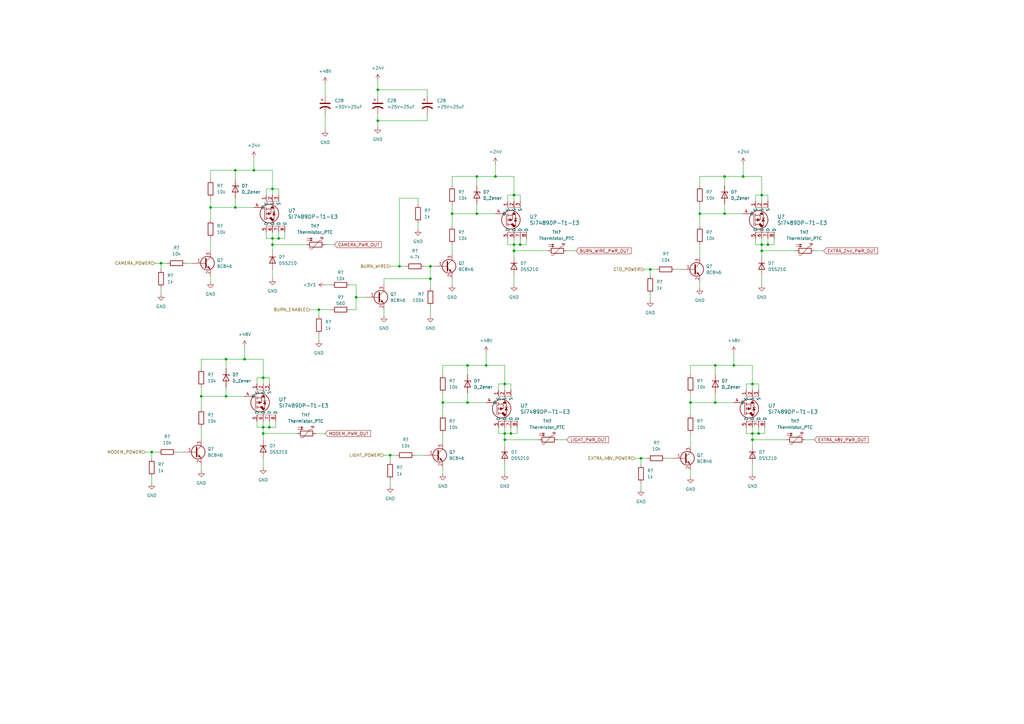
<source format=kicad_sch>
(kicad_sch (version 20230121) (generator eeschema)
  (paper "A3")
  (junction (at 92.71 147.32))
  (junction (at 297.18 87.63))
  (junction (at 203.2 72.39))
  (junction (at 209.55 177.8))
  (junction (at 308.61 180.34))
  (junction (at 96.52 85.09))
  (junction (at 107.95 175.26))
  (junction (at 308.61 177.8))
  (junction (at 207.01 177.8))
  (junction (at 199.39 149.86))
  (junction (at 210.82 100.33))
  (junction (at 293.37 149.86))
  (junction (at 262.89 187.96))
  (junction (at 154.94 49.53))
  (junction (at 266.7 110.49))
  (junction (at 111.76 77.47))
  (junction (at 308.61 157.48))
  (junction (at 176.53 109.22))
  (junction (at 92.71 162.56))
  (junction (at 293.37 165.1))
  (junction (at 297.18 72.39))
  (junction (at 107.95 154.94))
  (junction (at 304.8 72.39))
  (junction (at 160.02 186.69))
  (junction (at 312.42 100.33))
  (junction (at 312.42 80.01))
  (junction (at 104.14 69.85))
  (junction (at 210.82 80.01))
  (junction (at 195.58 72.39))
  (junction (at 191.77 149.86))
  (junction (at 195.58 87.63))
  (junction (at 207.01 157.48))
  (junction (at 176.53 114.3))
  (junction (at 185.42 87.63))
  (junction (at 146.05 121.92))
  (junction (at 114.3 97.79))
  (junction (at 181.61 165.1))
  (junction (at 66.04 107.95))
  (junction (at 96.52 69.85))
  (junction (at 311.15 177.8))
  (junction (at 154.94 36.83))
  (junction (at 287.02 87.63))
  (junction (at 86.36 85.09))
  (junction (at 163.83 109.22))
  (junction (at 207.01 180.34))
  (junction (at 314.96 100.33))
  (junction (at 191.77 165.1))
  (junction (at 100.33 147.32))
  (junction (at 111.76 100.33))
  (junction (at 210.82 102.87))
  (junction (at 300.99 149.86))
  (junction (at 213.36 100.33))
  (junction (at 82.55 162.56))
  (junction (at 130.81 127))
  (junction (at 283.21 165.1))
  (junction (at 312.42 102.87))
  (junction (at 110.49 175.26))
  (junction (at 107.95 177.8))
  (junction (at 111.76 97.79))
  (junction (at 62.23 185.42))
  (wire (pts (xy 111.76 100.33) (xy 111.76 102.87)))
  (wire (pts (xy 309.88 82.55) (xy 309.88 80.01)))
  (wire (pts (xy 86.36 85.09) (xy 86.36 90.17)))
  (wire (pts (xy 111.76 100.33) (xy 125.73 100.33)))
  (wire (pts (xy 309.88 97.79) (xy 309.88 100.33)))
  (wire (pts (xy 204.47 160.02) (xy 204.47 157.48)))
  (wire (pts (xy 312.42 100.33) (xy 314.96 100.33)))
  (wire (pts (xy 204.47 157.48) (xy 207.01 157.48)))
  (wire (pts (xy 82.55 158.75) (xy 82.55 162.56)))
  (wire (pts (xy 207.01 175.26) (xy 207.01 177.8)))
  (wire (pts (xy 107.95 175.26) (xy 110.49 175.26)))
  (wire (pts (xy 210.82 102.87) (xy 224.79 102.87)))
  (wire (pts (xy 210.82 72.39) (xy 203.2 72.39)))
  (wire (pts (xy 160.02 186.69) (xy 162.56 186.69)))
  (wire (pts (xy 191.77 149.86) (xy 181.61 149.86)))
  (wire (pts (xy 210.82 80.01) (xy 213.36 80.01)))
  (wire (pts (xy 297.18 72.39) (xy 287.02 72.39)))
  (wire (pts (xy 92.71 147.32) (xy 82.55 147.32)))
  (wire (pts (xy 66.04 107.95) (xy 68.58 107.95)))
  (wire (pts (xy 146.05 121.92) (xy 149.86 121.92)))
  (wire (pts (xy 210.82 113.03) (xy 210.82 116.84)))
  (wire (pts (xy 300.99 144.78) (xy 300.99 149.86)))
  (wire (pts (xy 210.82 72.39) (xy 210.82 80.01)))
  (wire (pts (xy 105.41 175.26) (xy 107.95 175.26)))
  (wire (pts (xy 312.42 80.01) (xy 312.42 82.55)))
  (wire (pts (xy 105.41 157.48) (xy 105.41 154.94)))
  (wire (pts (xy 86.36 97.79) (xy 86.36 102.87)))
  (wire (pts (xy 62.23 185.42) (xy 62.23 187.96)))
  (wire (pts (xy 181.61 161.29) (xy 181.61 165.1)))
  (wire (pts (xy 170.18 186.69) (xy 173.99 186.69)))
  (wire (pts (xy 308.61 180.34) (xy 322.58 180.34)))
  (wire (pts (xy 212.09 175.26) (xy 212.09 177.8)))
  (wire (pts (xy 308.61 190.5) (xy 308.61 194.31)))
  (wire (pts (xy 209.55 177.8) (xy 212.09 177.8)))
  (wire (pts (xy 82.55 190.5) (xy 82.55 193.04)))
  (wire (pts (xy 133.35 34.29) (xy 133.35 39.37)))
  (wire (pts (xy 157.48 127) (xy 157.48 129.54)))
  (wire (pts (xy 232.41 102.87) (xy 236.22 102.87)))
  (wire (pts (xy 228.6 180.34) (xy 232.41 180.34)))
  (wire (pts (xy 127 127) (xy 130.81 127)))
  (wire (pts (xy 308.61 180.34) (xy 308.61 182.88)))
  (wire (pts (xy 107.95 154.94) (xy 107.95 157.48)))
  (wire (pts (xy 100.33 147.32) (xy 92.71 147.32)))
  (wire (pts (xy 175.26 46.99) (xy 175.26 49.53)))
  (wire (pts (xy 260.35 187.96) (xy 262.89 187.96)))
  (wire (pts (xy 208.28 97.79) (xy 208.28 100.33)))
  (wire (pts (xy 133.35 116.84) (xy 135.89 116.84)))
  (wire (pts (xy 181.61 191.77) (xy 181.61 194.31)))
  (wire (pts (xy 297.18 87.63) (xy 304.8 87.63)))
  (wire (pts (xy 191.77 149.86) (xy 191.77 153.67)))
  (wire (pts (xy 266.7 120.65) (xy 266.7 123.19)))
  (wire (pts (xy 195.58 72.39) (xy 195.58 76.2)))
  (wire (pts (xy 176.53 114.3) (xy 176.53 118.11)))
  (wire (pts (xy 287.02 87.63) (xy 287.02 92.71)))
  (wire (pts (xy 143.51 116.84) (xy 146.05 116.84)))
  (wire (pts (xy 107.95 177.8) (xy 107.95 180.34)))
  (wire (pts (xy 109.22 77.47) (xy 111.76 77.47)))
  (wire (pts (xy 306.07 175.26) (xy 306.07 177.8)))
  (wire (pts (xy 111.76 95.25) (xy 111.76 97.79)))
  (wire (pts (xy 82.55 162.56) (xy 92.71 162.56)))
  (wire (pts (xy 311.15 175.26) (xy 311.15 177.8)))
  (wire (pts (xy 129.54 177.8) (xy 133.35 177.8)))
  (wire (pts (xy 154.94 49.53) (xy 175.26 49.53)))
  (wire (pts (xy 111.76 69.85) (xy 111.76 77.47)))
  (wire (pts (xy 287.02 115.57) (xy 287.02 118.11)))
  (wire (pts (xy 293.37 165.1) (xy 300.99 165.1)))
  (wire (pts (xy 114.3 77.47) (xy 114.3 80.01)))
  (wire (pts (xy 143.51 127) (xy 146.05 127)))
  (wire (pts (xy 210.82 80.01) (xy 210.82 82.55)))
  (wire (pts (xy 264.16 110.49) (xy 266.7 110.49)))
  (wire (pts (xy 293.37 149.86) (xy 283.21 149.86)))
  (wire (pts (xy 199.39 144.78) (xy 199.39 149.86)))
  (wire (pts (xy 207.01 177.8) (xy 209.55 177.8)))
  (wire (pts (xy 308.61 177.8) (xy 308.61 180.34)))
  (wire (pts (xy 111.76 69.85) (xy 104.14 69.85)))
  (wire (pts (xy 110.49 154.94) (xy 110.49 157.48)))
  (wire (pts (xy 110.49 172.72) (xy 110.49 175.26)))
  (wire (pts (xy 203.2 67.31) (xy 203.2 72.39)))
  (wire (pts (xy 111.76 77.47) (xy 111.76 80.01)))
  (wire (pts (xy 157.48 116.84) (xy 157.48 114.3)))
  (wire (pts (xy 207.01 149.86) (xy 207.01 157.48)))
  (wire (pts (xy 160.02 186.69) (xy 160.02 189.23)))
  (wire (pts (xy 181.61 165.1) (xy 191.77 165.1)))
  (wire (pts (xy 130.81 137.16) (xy 130.81 139.7)))
  (wire (pts (xy 105.41 172.72) (xy 105.41 175.26)))
  (wire (pts (xy 213.36 80.01) (xy 213.36 82.55)))
  (wire (pts (xy 283.21 165.1) (xy 283.21 170.18)))
  (wire (pts (xy 312.42 72.39) (xy 304.8 72.39)))
  (wire (pts (xy 114.3 95.25) (xy 114.3 97.79)))
  (wire (pts (xy 146.05 116.84) (xy 146.05 121.92)))
  (wire (pts (xy 293.37 149.86) (xy 293.37 153.67)))
  (wire (pts (xy 191.77 165.1) (xy 199.39 165.1)))
  (wire (pts (xy 111.76 77.47) (xy 114.3 77.47)))
  (wire (pts (xy 185.42 100.33) (xy 185.42 104.14)))
  (wire (pts (xy 283.21 177.8) (xy 283.21 182.88)))
  (wire (pts (xy 309.88 80.01) (xy 312.42 80.01)))
  (wire (pts (xy 273.05 187.96) (xy 275.59 187.96)))
  (wire (pts (xy 109.22 80.01) (xy 109.22 77.47)))
  (wire (pts (xy 96.52 69.85) (xy 86.36 69.85)))
  (wire (pts (xy 306.07 160.02) (xy 306.07 157.48)))
  (wire (pts (xy 154.94 39.37) (xy 154.94 36.83)))
  (wire (pts (xy 59.69 185.42) (xy 62.23 185.42)))
  (wire (pts (xy 308.61 149.86) (xy 308.61 157.48)))
  (wire (pts (xy 210.82 100.33) (xy 213.36 100.33)))
  (wire (pts (xy 191.77 161.29) (xy 191.77 165.1)))
  (wire (pts (xy 306.07 177.8) (xy 308.61 177.8)))
  (wire (pts (xy 195.58 72.39) (xy 185.42 72.39)))
  (wire (pts (xy 107.95 147.32) (xy 100.33 147.32)))
  (wire (pts (xy 312.42 80.01) (xy 314.96 80.01)))
  (wire (pts (xy 330.2 180.34) (xy 334.01 180.34)))
  (wire (pts (xy 207.01 157.48) (xy 209.55 157.48)))
  (wire (pts (xy 113.03 172.72) (xy 113.03 175.26)))
  (wire (pts (xy 154.94 33.02) (xy 154.94 36.83)))
  (wire (pts (xy 207.01 180.34) (xy 220.98 180.34)))
  (wire (pts (xy 86.36 113.03) (xy 86.36 115.57)))
  (wire (pts (xy 283.21 149.86) (xy 283.21 153.67)))
  (wire (pts (xy 308.61 175.26) (xy 308.61 177.8)))
  (wire (pts (xy 185.42 72.39) (xy 185.42 76.2)))
  (wire (pts (xy 204.47 177.8) (xy 207.01 177.8)))
  (wire (pts (xy 154.94 36.83) (xy 175.26 36.83)))
  (wire (pts (xy 203.2 72.39) (xy 195.58 72.39)))
  (wire (pts (xy 173.99 109.22) (xy 176.53 109.22)))
  (wire (pts (xy 133.35 100.33) (xy 137.16 100.33)))
  (wire (pts (xy 334.01 102.87) (xy 337.82 102.87)))
  (wire (pts (xy 262.89 187.96) (xy 265.43 187.96)))
  (wire (pts (xy 107.95 187.96) (xy 107.95 191.77)))
  (wire (pts (xy 195.58 83.82) (xy 195.58 87.63)))
  (wire (pts (xy 287.02 100.33) (xy 287.02 105.41)))
  (wire (pts (xy 116.84 95.25) (xy 116.84 97.79)))
  (wire (pts (xy 111.76 97.79) (xy 111.76 100.33)))
  (wire (pts (xy 207.01 149.86) (xy 199.39 149.86)))
  (wire (pts (xy 312.42 102.87) (xy 326.39 102.87)))
  (wire (pts (xy 76.2 107.95) (xy 78.74 107.95)))
  (wire (pts (xy 207.01 180.34) (xy 207.01 182.88)))
  (wire (pts (xy 157.48 186.69) (xy 160.02 186.69)))
  (wire (pts (xy 146.05 127) (xy 146.05 121.92)))
  (wire (pts (xy 86.36 85.09) (xy 96.52 85.09)))
  (wire (pts (xy 104.14 69.85) (xy 96.52 69.85)))
  (wire (pts (xy 262.89 198.12) (xy 262.89 200.66)))
  (wire (pts (xy 204.47 175.26) (xy 204.47 177.8)))
  (wire (pts (xy 300.99 149.86) (xy 293.37 149.86)))
  (wire (pts (xy 160.02 196.85) (xy 160.02 199.39)))
  (wire (pts (xy 109.22 97.79) (xy 111.76 97.79)))
  (wire (pts (xy 293.37 161.29) (xy 293.37 165.1)))
  (wire (pts (xy 66.04 107.95) (xy 66.04 110.49)))
  (wire (pts (xy 171.45 81.28) (xy 171.45 83.82)))
  (wire (pts (xy 107.95 154.94) (xy 110.49 154.94)))
  (wire (pts (xy 105.41 154.94) (xy 107.95 154.94)))
  (wire (pts (xy 100.33 142.24) (xy 100.33 147.32)))
  (wire (pts (xy 297.18 83.82) (xy 297.18 87.63)))
  (wire (pts (xy 314.96 100.33) (xy 317.5 100.33)))
  (wire (pts (xy 154.94 49.53) (xy 154.94 52.07)))
  (wire (pts (xy 86.36 69.85) (xy 86.36 73.66)))
  (wire (pts (xy 287.02 72.39) (xy 287.02 76.2)))
  (wire (pts (xy 209.55 157.48) (xy 209.55 160.02)))
  (wire (pts (xy 96.52 85.09) (xy 104.14 85.09)))
  (wire (pts (xy 157.48 114.3) (xy 176.53 114.3)))
  (wire (pts (xy 312.42 97.79) (xy 312.42 100.33)))
  (wire (pts (xy 287.02 87.63) (xy 297.18 87.63)))
  (wire (pts (xy 311.15 157.48) (xy 311.15 160.02)))
  (wire (pts (xy 207.01 190.5) (xy 207.01 194.31)))
  (wire (pts (xy 109.22 95.25) (xy 109.22 97.79)))
  (wire (pts (xy 163.83 109.22) (xy 163.83 81.28)))
  (wire (pts (xy 104.14 64.77) (xy 104.14 69.85)))
  (wire (pts (xy 82.55 162.56) (xy 82.55 167.64)))
  (wire (pts (xy 160.02 109.22) (xy 163.83 109.22)))
  (wire (pts (xy 171.45 91.44) (xy 171.45 93.98)))
  (wire (pts (xy 111.76 110.49) (xy 111.76 114.3)))
  (wire (pts (xy 185.42 83.82) (xy 185.42 87.63)))
  (wire (pts (xy 107.95 172.72) (xy 107.95 175.26)))
  (wire (pts (xy 210.82 102.87) (xy 210.82 105.41)))
  (wire (pts (xy 209.55 175.26) (xy 209.55 177.8)))
  (wire (pts (xy 185.42 87.63) (xy 185.42 92.71)))
  (wire (pts (xy 308.61 157.48) (xy 308.61 160.02)))
  (wire (pts (xy 107.95 177.8) (xy 121.92 177.8)))
  (wire (pts (xy 185.42 114.3) (xy 185.42 116.84)))
  (wire (pts (xy 317.5 97.79) (xy 317.5 100.33)))
  (wire (pts (xy 110.49 175.26) (xy 113.03 175.26)))
  (wire (pts (xy 308.61 177.8) (xy 311.15 177.8)))
  (wire (pts (xy 175.26 36.83) (xy 175.26 39.37)))
  (wire (pts (xy 283.21 161.29) (xy 283.21 165.1)))
  (wire (pts (xy 312.42 72.39) (xy 312.42 80.01)))
  (wire (pts (xy 82.55 147.32) (xy 82.55 151.13)))
  (wire (pts (xy 96.52 69.85) (xy 96.52 73.66)))
  (wire (pts (xy 208.28 82.55) (xy 208.28 80.01)))
  (wire (pts (xy 199.39 149.86) (xy 191.77 149.86)))
  (wire (pts (xy 130.81 127) (xy 130.81 129.54)))
  (wire (pts (xy 266.7 110.49) (xy 269.24 110.49)))
  (wire (pts (xy 154.94 46.99) (xy 154.94 49.53)))
  (wire (pts (xy 262.89 187.96) (xy 262.89 190.5)))
  (wire (pts (xy 213.36 100.33) (xy 215.9 100.33)))
  (wire (pts (xy 312.42 102.87) (xy 312.42 105.41)))
  (wire (pts (xy 276.86 110.49) (xy 279.4 110.49)))
  (wire (pts (xy 181.61 165.1) (xy 181.61 170.18)))
  (wire (pts (xy 185.42 87.63) (xy 195.58 87.63)))
  (wire (pts (xy 114.3 97.79) (xy 116.84 97.79)))
  (wire (pts (xy 215.9 97.79) (xy 215.9 100.33)))
  (wire (pts (xy 304.8 67.31) (xy 304.8 72.39)))
  (wire (pts (xy 311.15 177.8) (xy 313.69 177.8)))
  (wire (pts (xy 163.83 109.22) (xy 166.37 109.22)))
  (wire (pts (xy 309.88 100.33) (xy 312.42 100.33)))
  (wire (pts (xy 287.02 83.82) (xy 287.02 87.63)))
  (wire (pts (xy 314.96 80.01) (xy 314.96 82.55)))
  (wire (pts (xy 213.36 97.79) (xy 213.36 100.33)))
  (wire (pts (xy 308.61 149.86) (xy 300.99 149.86)))
  (wire (pts (xy 111.76 97.79) (xy 114.3 97.79)))
  (wire (pts (xy 163.83 81.28) (xy 171.45 81.28)))
  (wire (pts (xy 63.5 107.95) (xy 66.04 107.95)))
  (wire (pts (xy 82.55 175.26) (xy 82.55 180.34)))
  (wire (pts (xy 283.21 165.1) (xy 293.37 165.1)))
  (wire (pts (xy 207.01 157.48) (xy 207.01 160.02)))
  (wire (pts (xy 314.96 97.79) (xy 314.96 100.33)))
  (wire (pts (xy 195.58 87.63) (xy 203.2 87.63)))
  (wire (pts (xy 266.7 110.49) (xy 266.7 113.03)))
  (wire (pts (xy 66.04 118.11) (xy 66.04 120.65)))
  (wire (pts (xy 181.61 149.86) (xy 181.61 153.67)))
  (wire (pts (xy 130.81 127) (xy 135.89 127)))
  (wire (pts (xy 313.69 175.26) (xy 313.69 177.8)))
  (wire (pts (xy 92.71 158.75) (xy 92.71 162.56)))
  (wire (pts (xy 107.95 147.32) (xy 107.95 154.94)))
  (wire (pts (xy 92.71 162.56) (xy 100.33 162.56)))
  (wire (pts (xy 176.53 109.22) (xy 177.8 109.22)))
  (wire (pts (xy 308.61 157.48) (xy 311.15 157.48)))
  (wire (pts (xy 176.53 125.73) (xy 176.53 129.54)))
  (wire (pts (xy 92.71 147.32) (xy 92.71 151.13)))
  (wire (pts (xy 210.82 100.33) (xy 210.82 102.87)))
  (wire (pts (xy 297.18 72.39) (xy 297.18 76.2)))
  (wire (pts (xy 208.28 80.01) (xy 210.82 80.01)))
  (wire (pts (xy 133.35 46.99) (xy 133.35 53.34)))
  (wire (pts (xy 72.39 185.42) (xy 74.93 185.42)))
  (wire (pts (xy 96.52 81.28) (xy 96.52 85.09)))
  (wire (pts (xy 181.61 177.8) (xy 181.61 181.61)))
  (wire (pts (xy 312.42 113.03) (xy 312.42 116.84)))
  (wire (pts (xy 306.07 157.48) (xy 308.61 157.48)))
  (wire (pts (xy 210.82 97.79) (xy 210.82 100.33)))
  (wire (pts (xy 107.95 175.26) (xy 107.95 177.8)))
  (wire (pts (xy 176.53 114.3) (xy 176.53 109.22)))
  (wire (pts (xy 62.23 185.42) (xy 64.77 185.42)))
  (wire (pts (xy 304.8 72.39) (xy 297.18 72.39)))
  (wire (pts (xy 283.21 193.04) (xy 283.21 195.58)))
  (wire (pts (xy 312.42 100.33) (xy 312.42 102.87)))
  (wire (pts (xy 207.01 177.8) (xy 207.01 180.34)))
  (wire (pts (xy 208.28 100.33) (xy 210.82 100.33)))
  (wire (pts (xy 86.36 81.28) (xy 86.36 85.09)))
  (wire (pts (xy 62.23 195.58) (xy 62.23 198.12)))
  (global_label "EXTRA_48V_PWR_OUT" (shape input) (at 334.01 180.34 0) (property "Intersheetrefs" "${INTERSHEET_REFS}" (effects hide)))
  (global_label "CAMERA_PWR_OUT" (shape input) (at 137.16 100.33 0) (property "Intersheetrefs" "${INTERSHEET_REFS}" (effects hide)))
  (global_label "EXTRA_24V_PWR_OUT" (shape input) (at 337.82 102.87 0) (property "Intersheetrefs" "${INTERSHEET_REFS}" (effects hide)))
  (global_label "BURN_WIRE_PWR_OUT" (shape input) (at 236.22 102.87 0) (property "Intersheetrefs" "${INTERSHEET_REFS}" (effects hide)))
  (global_label "MODEM_PWR_OUT" (shape input) (at 133.35 177.8 0) (property "Intersheetrefs" "${INTERSHEET_REFS}" (effects hide)))
  (global_label "LIGHT_PWR_OUT" (shape input) (at 232.41 180.34 0) (property "Intersheetrefs" "${INTERSHEET_REFS}" (effects hide)))
  (hierarchical_label "EXTRA_48V_POWER" (shape input) (at 260.35 187.96 180))
  (hierarchical_label "MODEM_POWER" (shape input) (at 59.69 185.42 180))
  (hierarchical_label "CTD_POWER" (shape input) (at 264.16 110.49 180))
  (hierarchical_label "BURN_ENABLE" (shape input) (at 127 127 180))
  (hierarchical_label "BURN_WIRE" (shape input) (at 160.02 109.22 180))
  (hierarchical_label "CAMERA_POWER" (shape input) (at 63.5 107.95 180))
  (hierarchical_label "LIGHT_POWER" (shape input) (at 157.48 186.69 180))
  (symbol (lib_id "Device:D_Zener") (at 293.37 157.48 270) (unit 1)
    (property "Reference" "D?" (at 295.91 156.21 90) (effects (justify left)))
    (property "Value" "D_Zener" (at 295.91 158.75 90) (effects (justify left)))
    (property "Footprint" "Diode_SMD:D_SOD-123" (effects hide))
    (instances (project "LanderControl" (path "" (reference "D?") (unit 1)) (path "" (reference "D?") (unit 1)) (path "" (reference "D21") (unit 1))))
  )
  (symbol (lib_id "Device:D_Zener") (at 191.77 157.48 270) (unit 1)
    (property "Reference" "D?" (at 194.31 156.21 90) (effects (justify left)))
    (property "Value" "D_Zener" (at 194.31 158.75 90) (effects (justify left)))
    (property "Footprint" "Diode_SMD:D_SOD-123" (effects hide))
    (instances (project "LanderControl" (path "" (reference "D?") (unit 1)) (path "" (reference "D?") (unit 1)) (path "" (reference "D17") (unit 1))))
  )
  (symbol (lib_id "Device:R") (at 273.05 110.49 270) (unit 1)
    (property "Reference" "R?" (at 273.05 104.14 90))
    (property "Value" "10k" (at 273.05 106.68 90))
    (property "Footprint" "Resistor_SMD:R_0603_1608Metric" (effects hide))
    (instances (project "LanderControl" (path "" (reference "R?") (unit 1)) (path "" (reference "R?") (unit 1)) (path "" (reference "R40") (unit 1))))
  )
  (symbol (lib_id "Diode:1N4148W") (at 107.95 184.15 270) (unit 1)
    (property "Reference" "D?" (at 110.49 182.88 90) (effects (justify left)))
    (property "Value" "DSS210" (at 110.49 185.42 90) (effects (justify left)))
    (property "Footprint" "Diode_SMD:D_SOD-123" (effects hide))
    (property "Datasheet" "https://www.vishay.com/docs/85748/1n4148w.pdf" (effects hide))
    (property "Sim.Device" "D" (effects hide))
    (property "Sim.Pins" "1=K 2=A" (effects hide))
    (instances (project "LanderControl" (path "" (reference "D?") (unit 1)) (path "" (reference "D?") (unit 1)) (path "" (reference "D15") (unit 1))))
  )
  (symbol (lib_id "power:+48V") (at 100.33 142.24 0) (unit 1)
    (property "Reference" "#PWR?" (effects hide))
    (property "Value" "+48V" (at 100.33 137.16 0))
    (instances (project "LanderControl" (path "" (reference "#PWR?") (unit 1)) (path "" (reference "#PWR?") (unit 1)) (path "" (reference "#PWR068") (unit 1))))
  )
  (symbol (lib_id "power:GND") (at 107.95 191.77 0) (unit 1)
    (property "Reference" "#PWR?" (effects hide))
    (property "Value" "GND" (at 107.95 196.85 0))
    (instances (project "LanderControl" (path "" (reference "#PWR?") (unit 1)) (path "" (reference "#PWR?") (unit 1)) (path "" (reference "#PWR070") (unit 1))))
  )
  (symbol (lib_id "Device:Thermistor_PTC") (at 326.39 180.34 270) (unit 1)
    (property "Reference" "TH?" (at 326.0725 172.72 90))
    (property "Value" "Thermistor_PTC" (at 326.0725 175.26 90))
    (property "Footprint" "Resistor_SMD:R_1210_3225Metric" (effects hide))
    (instances (project "LanderControl" (path "" (reference "TH?") (unit 1)) (path "" (reference "TH?") (unit 1)) (path "" (reference "TH5") (unit 1))))
  )
  (symbol (lib_id "Diode:1N4148W") (at 111.76 106.68 270) (unit 1)
    (property "Reference" "D?" (at 114.3 105.41 90) (effects (justify left)))
    (property "Value" "DSS210" (at 114.3 107.95 90) (effects (justify left)))
    (property "Footprint" "Diode_SMD:D_SOD-123" (effects hide))
    (property "Datasheet" "https://www.vishay.com/docs/85748/1n4148w.pdf" (effects hide))
    (property "Sim.Device" "D" (effects hide))
    (property "Sim.Pins" "1=K 2=A" (effects hide))
    (instances (project "LanderControl" (path "" (reference "D?") (unit 1)) (path "" (reference "D?") (unit 1)) (path "" (reference "D16") (unit 1))))
  )
  (symbol (lib_id "power:GND") (at 171.45 93.98 0) (unit 1)
    (property "Reference" "#PWR?" (effects hide))
    (property "Value" "GND" (at 171.45 99.06 0))
    (instances (project "LanderControl" (path "" (reference "#PWR?") (unit 1)) (path "" (reference "#PWR?") (unit 1)) (path "" (reference "#PWR099") (unit 1))))
  )
  (symbol (lib_id "Device:R") (at 86.36 77.47 180) (unit 1)
    (property "Reference" "R?" (at 88.9 76.1999 0) (effects (justify right)))
    (property "Value" "10k" (at 88.9 78.7399 0) (effects (justify right)))
    (property "Footprint" "Resistor_SMD:R_0603_1608Metric" (effects hide))
    (instances (project "LanderControl" (path "" (reference "R?") (unit 1)) (path "" (reference "R?") (unit 1)) (path "" (reference "R29") (unit 1))))
  )
  (symbol (lib_id "power:GND") (at 66.04 120.65 0) (unit 1)
    (property "Reference" "#PWR?" (effects hide))
    (property "Value" "GND" (at 66.04 125.73 0))
    (instances (project "LanderControl" (path "" (reference "#PWR?") (unit 1)) (path "" (reference "#PWR?") (unit 1)) (path "" (reference "#PWR097") (unit 1))))
  )
  (symbol (lib_id "SI7489DP:SI7489DP-T1-E3") (at 304.8 87.63 0) (unit 1)
    (property "Reference" "U?" (at 318.77 88.9 0) (effects (font (size 1.524 1.524)) (justify left)))
    (property "Value" "SI7489DP-T1-E3" (at 318.77 91.44 0) (effects (font (size 1.524 1.524)) (justify left)))
    (property "Footprint" "Package_SO:PowerPAK_SO-8_Single" (effects hide))
    (property "Datasheet" "SI7489DP-T1-E3" (effects hide))
    (instances (project "LanderControl" (path "" (reference "U?") (unit 1)) (path "" (reference "U?") (unit 1)) (path "" (reference "U14") (unit 1))))
  )
  (symbol (lib_id "power:+3V3") (at 133.35 116.84 90) (unit 1)
    (property "Reference" "#PWR?" (effects hide))
    (property "Value" "+3V3" (at 129.54 116.84 90) (effects (justify left)))
    (instances (project "LanderControl" (path "" (reference "#PWR?") (unit 1)) (path "" (reference "#PWR072") (unit 1))))
  )
  (symbol (lib_id "Device:R") (at 139.7 127 270) (unit 1)
    (property "Reference" "R?" (at 139.7 121.92 90))
    (property "Value" "560" (at 139.7 124.46 90))
    (property "Footprint" "Resistor_SMD:R_0603_1608Metric" (effects hide))
    (instances (project "LanderControl" (path "" (reference "R?") (unit 1)) (path "" (reference "R?") (unit 1)) (path "" (reference "R48") (unit 1))))
  )
  (symbol (lib_id "SI7489DP:SI7489DP-T1-E3") (at 300.99 165.1 0) (unit 1)
    (property "Reference" "U?" (at 314.96 166.37 0) (effects (font (size 1.524 1.524)) (justify left)))
    (property "Value" "SI7489DP-T1-E3" (at 314.96 168.91 0) (effects (font (size 1.524 1.524)) (justify left)))
    (property "Footprint" "Package_SO:PowerPAK_SO-8_Single" (effects hide))
    (property "Datasheet" "SI7489DP-T1-E3" (effects hide))
    (instances (project "LanderControl" (path "" (reference "U?") (unit 1)) (path "" (reference "U?") (unit 1)) (path "" (reference "U13") (unit 1))))
  )
  (symbol (lib_id "power:GND") (at 82.55 193.04 0) (unit 1)
    (property "Reference" "#PWR?" (effects hide))
    (property "Value" "GND" (at 82.55 198.12 0))
    (instances (project "LanderControl" (path "" (reference "#PWR?") (unit 1)) (path "" (reference "#PWR?") (unit 1)) (path "" (reference "#PWR066") (unit 1))))
  )
  (symbol (lib_id "Device:R") (at 269.24 187.96 270) (unit 1)
    (property "Reference" "R?" (at 269.24 181.61 90))
    (property "Value" "10k" (at 269.24 184.15 90))
    (property "Footprint" "Resistor_SMD:R_0603_1608Metric" (effects hide))
    (instances (project "LanderControl" (path "" (reference "R?") (unit 1)) (path "" (reference "R?") (unit 1)) (path "" (reference "R39") (unit 1))))
  )
  (symbol (lib_id "power:GND") (at 111.76 114.3 0) (unit 1)
    (property "Reference" "#PWR?" (effects hide))
    (property "Value" "GND" (at 111.76 119.38 0))
    (instances (project "LanderControl" (path "" (reference "#PWR?") (unit 1)) (path "" (reference "#PWR?") (unit 1)) (path "" (reference "#PWR071") (unit 1))))
  )
  (symbol (lib_id "power:GND") (at 160.02 199.39 0) (unit 1)
    (property "Reference" "#PWR?" (effects hide))
    (property "Value" "GND" (at 160.02 204.47 0))
    (instances (project "LanderControl" (path "" (reference "#PWR?") (unit 1)) (path "" (reference "#PWR?") (unit 1)) (path "" (reference "#PWR0102") (unit 1))))
  )
  (symbol (lib_id "Device:Thermistor_PTC") (at 330.2 102.87 270) (unit 1)
    (property "Reference" "TH?" (at 329.8825 95.25 90))
    (property "Value" "Thermistor_PTC" (at 329.8825 97.79 90))
    (property "Footprint" "Resistor_SMD:R_1210_3225Metric" (effects hide))
    (instances (project "LanderControl" (path "" (reference "TH?") (unit 1)) (path "" (reference "TH?") (unit 1)) (path "" (reference "TH6") (unit 1))))
  )
  (symbol (lib_id "power:+48V") (at 199.39 144.78 0) (unit 1)
    (property "Reference" "#PWR?" (effects hide))
    (property "Value" "+48V" (at 199.39 139.7 0))
    (instances (project "LanderControl" (path "" (reference "#PWR?") (unit 1)) (path "" (reference "#PWR?") (unit 1)) (path "" (reference "#PWR077") (unit 1))))
  )
  (symbol (lib_id "SI7489DP:SI7489DP-T1-E3") (at 199.39 165.1 0) (unit 1)
    (property "Reference" "U?" (at 213.36 166.37 0) (effects (font (size 1.524 1.524)) (justify left)))
    (property "Value" "SI7489DP-T1-E3" (at 213.36 168.91 0) (effects (font (size 1.524 1.524)) (justify left)))
    (property "Footprint" "Package_SO:PowerPAK_SO-8_Single" (effects hide))
    (property "Datasheet" "SI7489DP-T1-E3" (effects hide))
    (instances (project "LanderControl" (path "" (reference "U?") (unit 1)) (path "" (reference "U?") (unit 1)) (path "" (reference "U11") (unit 1))))
  )
  (symbol (lib_id "Device:Thermistor_PTC") (at 228.6 102.87 270) (unit 1)
    (property "Reference" "TH?" (at 228.2825 95.25 90))
    (property "Value" "Thermistor_PTC" (at 228.2825 97.79 90))
    (property "Footprint" "Resistor_SMD:R_1210_3225Metric" (effects hide))
    (instances (project "LanderControl" (path "" (reference "TH?") (unit 1)) (path "" (reference "TH?") (unit 1)) (path "" (reference "TH4") (unit 1))))
  )
  (symbol (lib_id "power:GND") (at 308.61 194.31 0) (unit 1)
    (property "Reference" "#PWR?" (effects hide))
    (property "Value" "GND" (at 308.61 199.39 0))
    (instances (project "LanderControl" (path "" (reference "#PWR?") (unit 1)) (path "" (reference "#PWR?") (unit 1)) (path "" (reference "#PWR085") (unit 1))))
  )
  (symbol (lib_id "Diode:1N4148W") (at 207.01 186.69 270) (unit 1)
    (property "Reference" "D?" (at 209.55 185.42 90) (effects (justify left)))
    (property "Value" "DSS210" (at 209.55 187.96 90) (effects (justify left)))
    (property "Footprint" "Diode_SMD:D_SOD-123" (effects hide))
    (property "Datasheet" "https://www.vishay.com/docs/85748/1n4148w.pdf" (effects hide))
    (property "Sim.Device" "D" (effects hide))
    (property "Sim.Pins" "1=K 2=A" (effects hide))
    (instances (project "LanderControl" (path "" (reference "D?") (unit 1)) (path "" (reference "D?") (unit 1)) (path "" (reference "D19") (unit 1))))
  )
  (symbol (lib_id "power:GND") (at 287.02 118.11 0) (unit 1)
    (property "Reference" "#PWR?" (effects hide))
    (property "Value" "GND" (at 287.02 123.19 0))
    (instances (project "LanderControl" (path "" (reference "#PWR?") (unit 1)) (path "" (reference "#PWR?") (unit 1)) (path "" (reference "#PWR082") (unit 1))))
  )
  (symbol (lib_id "Device:R") (at 139.7 116.84 270) (unit 1)
    (property "Reference" "R?" (at 139.7 111.76 90))
    (property "Value" "10k" (at 139.7 114.3 90))
    (property "Footprint" "Resistor_SMD:R_0603_1608Metric" (effects hide))
    (instances (project "LanderControl" (path "" (reference "R?") (unit 1)) (path "" (reference "R?") (unit 1)) (path "" (reference "R31") (unit 1))))
  )
  (symbol (lib_id "Device:R") (at 72.39 107.95 270) (unit 1)
    (property "Reference" "R?" (at 72.39 101.6 90))
    (property "Value" "10k" (at 72.39 104.14 90))
    (property "Footprint" "Resistor_SMD:R_0603_1608Metric" (effects hide))
    (instances (project "LanderControl" (path "" (reference "R?") (unit 1)) (path "" (reference "R?") (unit 1)) (path "" (reference "R26") (unit 1))))
  )
  (symbol (lib_id "power:+24V") (at 104.14 64.77 0) (unit 1)
    (property "Reference" "#PWR?" (effects hide))
    (property "Value" "+24V" (at 104.14 59.69 0))
    (instances (project "LanderControl" (path "" (reference "#PWR?") (unit 1)) (path "" (reference "#PWR?") (unit 1)) (path "" (reference "#PWR?") (unit 1)) (path "" (reference "#PWR069") (unit 1))))
  )
  (symbol (lib_id "Device:R") (at 287.02 96.52 180) (unit 1)
    (property "Reference" "R?" (at 289.56 95.2499 0) (effects (justify right)))
    (property "Value" "10k" (at 289.56 97.7899 0) (effects (justify right)))
    (property "Footprint" "Resistor_SMD:R_0603_1608Metric" (effects hide))
    (instances (project "LanderControl" (path "" (reference "R?") (unit 1)) (path "" (reference "R?") (unit 1)) (path "" (reference "R44") (unit 1))))
  )
  (symbol (lib_id "Transistor_BJT:BC846") (at 280.67 187.96 0) (unit 1)
    (property "Reference" "Q?" (at 285.75 186.69 0) (effects (justify left)))
    (property "Value" "BC846" (at 285.75 189.23 0) (effects (justify left)))
    (property "Footprint" "Package_TO_SOT_SMD:SOT-23" (effects hide))
    (property "Datasheet" "https://assets.nexperia.com/documents/data-sheet/BC846_SER.pdf" (effects hide))
    (instances (project "LanderControl" (path "" (reference "Q?") (unit 1)) (path "" (reference "Q?") (unit 1)) (path "" (reference "Q7") (unit 1))))
  )
  (symbol (lib_id "Device:D_Zener") (at 92.71 154.94 270) (unit 1)
    (property "Reference" "D?" (at 95.25 153.67 90) (effects (justify left)))
    (property "Value" "D_Zener" (at 95.25 156.21 90) (effects (justify left)))
    (property "Footprint" "Diode_SMD:D_SOD-123" (effects hide))
    (instances (project "LanderControl" (path "" (reference "D?") (unit 1)) (path "" (reference "D?") (unit 1)) (path "" (reference "D13") (unit 1))))
  )
  (symbol (lib_id "power:GND") (at 312.42 116.84 0) (unit 1)
    (property "Reference" "#PWR?" (effects hide))
    (property "Value" "GND" (at 312.42 121.92 0))
    (instances (project "LanderControl" (path "" (reference "#PWR?") (unit 1)) (path "" (reference "#PWR?") (unit 1)) (path "" (reference "#PWR086") (unit 1))))
  )
  (symbol (lib_id "Device:R") (at 176.53 121.92 0) (mirror y) (unit 1)
    (property "Reference" "R?" (at 173.99 120.65 0) (effects (justify left)))
    (property "Value" "100k" (at 173.99 123.19 0) (effects (justify left)))
    (property "Footprint" "Resistor_SMD:R_0603_1608Metric" (effects hide))
    (instances (project "LanderControl" (path "" (reference "R?") (unit 1)) (path "" (reference "R?") (unit 1)) (path "" (reference "R34") (unit 1))))
  )
  (symbol (lib_id "Device:R") (at 160.02 193.04 0) (unit 1)
    (property "Reference" "R?" (at 162.56 191.77 0) (effects (justify left)))
    (property "Value" "1k" (at 162.56 194.31 0) (effects (justify left)))
    (property "Footprint" "Resistor_SMD:R_0603_1608Metric" (effects hide))
    (instances (project "LanderControl" (path "" (reference "R?") (unit 1)) (path "" (reference "R?") (unit 1)) (path "" (reference "R54") (unit 1))))
  )
  (symbol (lib_id "Device:D_Zener") (at 96.52 77.47 270) (unit 1)
    (property "Reference" "D?" (at 99.06 76.2 90) (effects (justify left)))
    (property "Value" "D_Zener" (at 99.06 78.74 90) (effects (justify left)))
    (property "Footprint" "Diode_SMD:D_SOD-123" (effects hide))
    (instances (project "LanderControl" (path "" (reference "D?") (unit 1)) (path "" (reference "D?") (unit 1)) (path "" (reference "D14") (unit 1))))
  )
  (symbol (lib_id "Device:D_Zener") (at 297.18 80.01 270) (unit 1)
    (property "Reference" "D?" (at 299.72 78.74 90) (effects (justify left)))
    (property "Value" "D_Zener" (at 299.72 81.28 90) (effects (justify left)))
    (property "Footprint" "Diode_SMD:D_SOD-123" (effects hide))
    (instances (project "LanderControl" (path "" (reference "D?") (unit 1)) (path "" (reference "D?") (unit 1)) (path "" (reference "D22") (unit 1))))
  )
  (symbol (lib_id "Diode:1N4148W") (at 308.61 186.69 270) (unit 1)
    (property "Reference" "D?" (at 311.15 185.42 90) (effects (justify left)))
    (property "Value" "DSS210" (at 311.15 187.96 90) (effects (justify left)))
    (property "Footprint" "Diode_SMD:D_SOD-123" (effects hide))
    (property "Datasheet" "https://www.vishay.com/docs/85748/1n4148w.pdf" (effects hide))
    (property "Sim.Device" "D" (effects hide))
    (property "Sim.Pins" "1=K 2=A" (effects hide))
    (instances (project "LanderControl" (path "" (reference "D?") (unit 1)) (path "" (reference "D?") (unit 1)) (path "" (reference "D23") (unit 1))))
  )
  (symbol (lib_id "Device:R") (at 170.18 109.22 270) (unit 1)
    (property "Reference" "R?" (at 170.18 102.87 90))
    (property "Value" "4.7k" (at 170.18 105.41 90))
    (property "Footprint" "Resistor_SMD:R_0603_1608Metric" (effects hide))
    (instances (project "LanderControl" (path "" (reference "R?") (unit 1)) (path "" (reference "R?") (unit 1)) (path "" (reference "R33") (unit 1))))
  )
  (symbol (lib_id "Device:R") (at 181.61 173.99 180) (unit 1)
    (property "Reference" "R?" (at 184.15 172.7199 0) (effects (justify right)))
    (property "Value" "10k" (at 184.15 175.2599 0) (effects (justify right)))
    (property "Footprint" "Resistor_SMD:R_0603_1608Metric" (effects hide))
    (instances (project "LanderControl" (path "" (reference "R?") (unit 1)) (path "" (reference "R?") (unit 1)) (path "" (reference "R36") (unit 1))))
  )
  (symbol (lib_id "Device:D_Zener") (at 195.58 80.01 270) (unit 1)
    (property "Reference" "D?" (at 198.12 78.74 90) (effects (justify left)))
    (property "Value" "D_Zener" (at 198.12 81.28 90) (effects (justify left)))
    (property "Footprint" "Diode_SMD:D_SOD-123" (effects hide))
    (instances (project "LanderControl" (path "" (reference "D?") (unit 1)) (path "" (reference "D?") (unit 1)) (path "" (reference "D18") (unit 1))))
  )
  (symbol (lib_id "power:+48V") (at 133.35 34.29 0) (unit 1)
    (property "Reference" "#PWR?" (effects hide))
    (property "Value" "+48V" (at 133.35 29.21 0))
    (instances (project "LanderControl" (path "" (reference "#PWR?") (unit 1)) (path "" (reference "#PWR?") (unit 1)) (path "" (reference "#PWR091") (unit 1))))
  )
  (symbol (lib_id "power:GND") (at 154.94 52.07 0) (unit 1)
    (property "Reference" "#PWR?" (effects hide))
    (property "Value" "GND" (at 154.94 57.15 0))
    (instances (project "LanderControl" (path "" (reference "#PWR?") (unit 1)) (path "" (reference "#PWR?") (unit 1)) (path "" (reference "#PWR094") (unit 1))))
  )
  (symbol (lib_id "power:GND") (at 133.35 53.34 0) (unit 1)
    (property "Reference" "#PWR?" (effects hide))
    (property "Value" "GND" (at 133.35 58.42 0))
    (instances (project "LanderControl" (path "" (reference "#PWR?") (unit 1)) (path "" (reference "#PWR?") (unit 1)) (path "" (reference "#PWR092") (unit 1))))
  )
  (symbol (lib_id "Transistor_BJT:BC846") (at 179.07 186.69 0) (unit 1)
    (property "Reference" "Q?" (at 184.15 185.42 0) (effects (justify left)))
    (property "Value" "BC846" (at 184.15 187.96 0) (effects (justify left)))
    (property "Footprint" "Package_TO_SOT_SMD:SOT-23" (effects hide))
    (property "Datasheet" "https://assets.nexperia.com/documents/data-sheet/BC846_SER.pdf" (effects hide))
    (instances (project "LanderControl" (path "" (reference "Q?") (unit 1)) (path "" (reference "Q?") (unit 1)) (path "" (reference "Q5") (unit 1))))
  )
  (symbol (lib_id "Device:Thermistor_PTC") (at 125.73 177.8 270) (unit 1)
    (property "Reference" "TH?" (at 125.4125 170.18 90))
    (property "Value" "Thermistor_PTC" (at 125.4125 172.72 90))
    (property "Footprint" "Resistor_SMD:R_1210_3225Metric" (effects hide))
    (instances (project "LanderControl" (path "" (reference "TH?") (unit 1)) (path "" (reference "TH?") (unit 1)) (path "" (reference "TH1") (unit 1))))
  )
  (symbol (lib_id "Device:R") (at 166.37 186.69 270) (unit 1)
    (property "Reference" "R?" (at 166.37 180.34 90))
    (property "Value" "10k" (at 166.37 182.88 90))
    (property "Footprint" "Resistor_SMD:R_0603_1608Metric" (effects hide))
    (instances (project "LanderControl" (path "" (reference "R?") (unit 1)) (path "" (reference "R?") (unit 1)) (path "" (reference "R32") (unit 1))))
  )
  (symbol (lib_id "Diode:1N4148W") (at 312.42 109.22 270) (unit 1)
    (property "Reference" "D?" (at 314.96 107.95 90) (effects (justify left)))
    (property "Value" "DSS210" (at 314.96 110.49 90) (effects (justify left)))
    (property "Footprint" "Diode_SMD:D_SOD-123" (effects hide))
    (property "Datasheet" "https://www.vishay.com/docs/85748/1n4148w.pdf" (effects hide))
    (property "Sim.Device" "D" (effects hide))
    (property "Sim.Pins" "1=K 2=A" (effects hide))
    (instances (project "LanderControl" (path "" (reference "D?") (unit 1)) (path "" (reference "D?") (unit 1)) (path "" (reference "D24") (unit 1))))
  )
  (symbol (lib_id "Device:R") (at 62.23 191.77 0) (unit 1)
    (property "Reference" "R?" (at 64.77 190.5 0) (effects (justify left)))
    (property "Value" "1k" (at 64.77 193.04 0) (effects (justify left)))
    (property "Footprint" "Resistor_SMD:R_0603_1608Metric" (effects hide))
    (instances (project "LanderControl" (path "" (reference "R?") (unit 1)) (path "" (reference "R?") (unit 1)) (path "" (reference "R55") (unit 1))))
  )
  (symbol (lib_id "power:GND") (at 130.81 139.7 0) (unit 1)
    (property "Reference" "#PWR?" (effects hide))
    (property "Value" "GND" (at 130.81 144.78 0))
    (instances (project "LanderControl" (path "" (reference "#PWR?") (unit 1)) (path "" (reference "#PWR?") (unit 1)) (path "" (reference "#PWR098") (unit 1))))
  )
  (symbol (lib_id "Transistor_BJT:BC846") (at 80.01 185.42 0) (unit 1)
    (property "Reference" "Q?" (at 85.09 184.15 0) (effects (justify left)))
    (property "Value" "BC846" (at 85.09 186.69 0) (effects (justify left)))
    (property "Footprint" "Package_TO_SOT_SMD:SOT-23" (effects hide))
    (property "Datasheet" "https://assets.nexperia.com/documents/data-sheet/BC846_SER.pdf" (effects hide))
    (instances (project "LanderControl" (path "" (reference "Q?") (unit 1)) (path "" (reference "Q?") (unit 1)) (path "" (reference "Q2") (unit 1))))
  )
  (symbol (lib_id "power:GND") (at 62.23 198.12 0) (unit 1)
    (property "Reference" "#PWR?" (effects hide))
    (property "Value" "GND" (at 62.23 203.2 0))
    (instances (project "LanderControl" (path "" (reference "#PWR?") (unit 1)) (path "" (reference "#PWR?") (unit 1)) (path "" (reference "#PWR0103") (unit 1))))
  )
  (symbol (lib_id "power:+24V") (at 203.2 67.31 0) (unit 1)
    (property "Reference" "#PWR?" (effects hide))
    (property "Value" "+24V" (at 203.2 62.23 0))
    (instances (project "LanderControl" (path "" (reference "#PWR?") (unit 1)) (path "" (reference "#PWR?") (unit 1)) (path "" (reference "#PWR?") (unit 1)) (path "" (reference "#PWR078") (unit 1))))
  )
  (symbol (lib_id "Device:R") (at 185.42 80.01 180) (unit 1)
    (property "Reference" "R?" (at 187.96 78.7399 0) (effects (justify right)))
    (property "Value" "10k" (at 187.96 81.2799 0) (effects (justify right)))
    (property "Footprint" "Resistor_SMD:R_0603_1608Metric" (effects hide))
    (instances (project "LanderControl" (path "" (reference "R?") (unit 1)) (path "" (reference "R?") (unit 1)) (path "" (reference "R37") (unit 1))))
  )
  (symbol (lib_id "SI7489DP:SI7489DP-T1-E3") (at 100.33 162.56 0) (unit 1)
    (property "Reference" "U?" (at 114.3 163.83 0) (effects (font (size 1.524 1.524)) (justify left)))
    (property "Value" "SI7489DP-T1-E3" (at 114.3 166.37 0) (effects (font (size 1.524 1.524)) (justify left)))
    (property "Footprint" "Package_SO:PowerPAK_SO-8_Single" (effects hide))
    (property "Datasheet" "SI7489DP-T1-E3" (effects hide))
    (instances (project "LanderControl" (path "" (reference "U?") (unit 1)) (path "" (reference "U?") (unit 1)) (path "" (reference "U9") (unit 1))))
  )
  (symbol (lib_id "Device:C_Polarized_US") (at 175.26 43.18 0) (unit 1)
    (property "Reference" "C28" (at 179.07 41.275 0) (effects (justify left)))
    (property "Value" ">25V>25uF" (at 179.07 43.815 0) (effects (justify left)))
    (property "Footprint" "Capacitor_SMD:CP_Elec_6.3x4.9" (effects hide))
    (instances (project "LanderControl" (path "" (reference "C28") (unit 1)) (path "" (reference "C37") (unit 1))))
  )
  (symbol (lib_id "power:GND") (at 262.89 200.66 0) (unit 1)
    (property "Reference" "#PWR?" (effects hide))
    (property "Value" "GND" (at 262.89 205.74 0))
    (instances (project "LanderControl" (path "" (reference "#PWR?") (unit 1)) (path "" (reference "#PWR?") (unit 1)) (path "" (reference "#PWR0101") (unit 1))))
  )
  (symbol (lib_id "Device:R") (at 171.45 87.63 0) (unit 1)
    (property "Reference" "R?" (at 173.99 86.36 0) (effects (justify left)))
    (property "Value" "1k" (at 173.99 88.9 0) (effects (justify left)))
    (property "Footprint" "Resistor_SMD:R_0603_1608Metric" (effects hide))
    (instances (project "LanderControl" (path "" (reference "R?") (unit 1)) (path "" (reference "R?") (unit 1)) (path "" (reference "R51") (unit 1))))
  )
  (symbol (lib_id "power:GND") (at 181.61 194.31 0) (unit 1)
    (property "Reference" "#PWR?" (effects hide))
    (property "Value" "GND" (at 181.61 199.39 0))
    (instances (project "LanderControl" (path "" (reference "#PWR?") (unit 1)) (path "" (reference "#PWR?") (unit 1)) (path "" (reference "#PWR075") (unit 1))))
  )
  (symbol (lib_id "Device:R") (at 82.55 154.94 180) (unit 1)
    (property "Reference" "R?" (at 85.09 153.6699 0) (effects (justify right)))
    (property "Value" "10k" (at 85.09 156.2099 0) (effects (justify right)))
    (property "Footprint" "Resistor_SMD:R_0603_1608Metric" (effects hide))
    (instances (project "LanderControl" (path "" (reference "R?") (unit 1)) (path "" (reference "R?") (unit 1)) (path "" (reference "R27") (unit 1))))
  )
  (symbol (lib_id "power:GND") (at 207.01 194.31 0) (unit 1)
    (property "Reference" "#PWR?" (effects hide))
    (property "Value" "GND" (at 207.01 199.39 0))
    (instances (project "LanderControl" (path "" (reference "#PWR?") (unit 1)) (path "" (reference "#PWR?") (unit 1)) (path "" (reference "#PWR079") (unit 1))))
  )
  (symbol (lib_id "Device:R") (at 68.58 185.42 270) (unit 1)
    (property "Reference" "R?" (at 68.58 179.07 90))
    (property "Value" "10k" (at 68.58 181.61 90))
    (property "Footprint" "Resistor_SMD:R_0603_1608Metric" (effects hide))
    (instances (project "LanderControl" (path "" (reference "R?") (unit 1)) (path "" (reference "R?") (unit 1)) (path "" (reference "R25") (unit 1))))
  )
  (symbol (lib_id "Device:C_Polarized_US") (at 154.94 43.18 0) (unit 1)
    (property "Reference" "C28" (at 158.75 41.275 0) (effects (justify left)))
    (property "Value" ">25V>25uF" (at 158.75 43.815 0) (effects (justify left)))
    (property "Footprint" "Capacitor_SMD:CP_Elec_6.3x4.9" (effects hide))
    (instances (project "LanderControl" (path "" (reference "C28") (unit 1)) (path "" (reference "C35") (unit 1))))
  )
  (symbol (lib_id "Device:R") (at 266.7 116.84 0) (unit 1)
    (property "Reference" "R?" (at 269.24 115.57 0) (effects (justify left)))
    (property "Value" "1k" (at 269.24 118.11 0) (effects (justify left)))
    (property "Footprint" "Resistor_SMD:R_0603_1608Metric" (effects hide))
    (instances (project "LanderControl" (path "" (reference "R?") (unit 1)) (path "" (reference "R?") (unit 1)) (path "" (reference "R52") (unit 1))))
  )
  (symbol (lib_id "Device:R") (at 86.36 93.98 180) (unit 1)
    (property "Reference" "R?" (at 88.9 92.7099 0) (effects (justify right)))
    (property "Value" "10k" (at 88.9 95.2499 0) (effects (justify right)))
    (property "Footprint" "Resistor_SMD:R_0603_1608Metric" (effects hide))
    (instances (project "LanderControl" (path "" (reference "R?") (unit 1)) (path "" (reference "R?") (unit 1)) (path "" (reference "R30") (unit 1))))
  )
  (symbol (lib_id "power:GND") (at 210.82 116.84 0) (unit 1)
    (property "Reference" "#PWR?" (effects hide))
    (property "Value" "GND" (at 210.82 121.92 0))
    (instances (project "LanderControl" (path "" (reference "#PWR?") (unit 1)) (path "" (reference "#PWR?") (unit 1)) (path "" (reference "#PWR080") (unit 1))))
  )
  (symbol (lib_id "Transistor_BJT:BC846") (at 182.88 109.22 0) (unit 1)
    (property "Reference" "Q?" (at 187.96 107.95 0) (effects (justify left)))
    (property "Value" "BC846" (at 187.96 110.49 0) (effects (justify left)))
    (property "Footprint" "Package_TO_SOT_SMD:SOT-23" (effects hide))
    (property "Datasheet" "https://assets.nexperia.com/documents/data-sheet/BC846_SER.pdf" (effects hide))
    (instances (project "LanderControl" (path "" (reference "Q?") (unit 1)) (path "" (reference "Q?") (unit 1)) (path "" (reference "Q6") (unit 1))))
  )
  (symbol (lib_id "Transistor_BJT:BC846") (at 154.94 121.92 0) (unit 1)
    (property "Reference" "Q?" (at 160.02 120.65 0) (effects (justify left)))
    (property "Value" "BC846" (at 160.02 123.19 0) (effects (justify left)))
    (property "Footprint" "Package_TO_SOT_SMD:SOT-23" (effects hide))
    (property "Datasheet" "https://assets.nexperia.com/documents/data-sheet/BC846_SER.pdf" (effects hide))
    (instances (project "LanderControl" (path "" (reference "Q?") (unit 1)) (path "" (reference "Q?") (unit 1)) (path "" (reference "Q4") (unit 1))))
  )
  (symbol (lib_id "power:+48V") (at 300.99 144.78 0) (unit 1)
    (property "Reference" "#PWR?" (effects hide))
    (property "Value" "+48V" (at 300.99 139.7 0))
    (instances (project "LanderControl" (path "" (reference "#PWR?") (unit 1)) (path "" (reference "#PWR?") (unit 1)) (path "" (reference "#PWR083") (unit 1))))
  )
  (symbol (lib_id "power:GND") (at 185.42 116.84 0) (unit 1)
    (property "Reference" "#PWR?" (effects hide))
    (property "Value" "GND" (at 185.42 121.92 0))
    (instances (project "LanderControl" (path "" (reference "#PWR?") (unit 1)) (path "" (reference "#PWR?") (unit 1)) (path "" (reference "#PWR076") (unit 1))))
  )
  (symbol (lib_id "power:+24V") (at 304.8 67.31 0) (unit 1)
    (property "Reference" "#PWR?" (effects hide))
    (property "Value" "+24V" (at 304.8 62.23 0))
    (instances (project "LanderControl" (path "" (reference "#PWR?") (unit 1)) (path "" (reference "#PWR?") (unit 1)) (path "" (reference "#PWR?") (unit 1)) (path "" (reference "#PWR084") (unit 1))))
  )
  (symbol (lib_id "Device:Thermistor_PTC") (at 129.54 100.33 270) (unit 1)
    (property "Reference" "TH?" (at 129.2225 92.71 90))
    (property "Value" "Thermistor_PTC" (at 129.2225 95.25 90))
    (property "Footprint" "Resistor_SMD:R_1210_3225Metric" (effects hide))
    (instances (project "LanderControl" (path "" (reference "TH?") (unit 1)) (path "" (reference "TH?") (unit 1)) (path "" (reference "TH2") (unit 1))))
  )
  (symbol (lib_id "Device:C_Polarized_US") (at 133.35 43.18 0) (unit 1)
    (property "Reference" "C28" (at 137.16 41.275 0) (effects (justify left)))
    (property "Value" ">50V>25uF" (at 137.16 43.815 0) (effects (justify left)))
    (property "Footprint" "Capacitor_SMD:CP_Elec_6.3x4.9" (effects hide))
    (instances (project "LanderControl" (path "" (reference "C28") (unit 1)) (path "" (reference "C36") (unit 1))))
  )
  (symbol (lib_id "Device:R") (at 262.89 194.31 0) (unit 1)
    (property "Reference" "R?" (at 265.43 193.04 0) (effects (justify left)))
    (property "Value" "1k" (at 265.43 195.58 0) (effects (justify left)))
    (property "Footprint" "Resistor_SMD:R_0603_1608Metric" (effects hide))
    (instances (project "LanderControl" (path "" (reference "R?") (unit 1)) (path "" (reference "R?") (unit 1)) (path "" (reference "R53") (unit 1))))
  )
  (symbol (lib_id "power:GND") (at 176.53 129.54 0) (unit 1)
    (property "Reference" "#PWR?" (effects hide))
    (property "Value" "GND" (at 176.53 134.62 0))
    (instances (project "LanderControl" (path "" (reference "#PWR?") (unit 1)) (path "" (reference "#PWR?") (unit 1)) (path "" (reference "#PWR074") (unit 1))))
  )
  (symbol (lib_id "power:+24V") (at 154.94 33.02 0) (unit 1)
    (property "Reference" "#PWR?" (effects hide))
    (property "Value" "+24V" (at 154.94 27.94 0))
    (instances (project "LanderControl" (path "" (reference "#PWR?") (unit 1)) (path "" (reference "#PWR?") (unit 1)) (path "" (reference "#PWR?") (unit 1)) (path "" (reference "#PWR093") (unit 1))))
  )
  (symbol (lib_id "power:GND") (at 86.36 115.57 0) (unit 1)
    (property "Reference" "#PWR?" (effects hide))
    (property "Value" "GND" (at 86.36 120.65 0))
    (instances (project "LanderControl" (path "" (reference "#PWR?") (unit 1)) (path "" (reference "#PWR?") (unit 1)) (path "" (reference "#PWR067") (unit 1))))
  )
  (symbol (lib_id "Device:R") (at 287.02 80.01 180) (unit 1)
    (property "Reference" "R?" (at 289.56 78.7399 0) (effects (justify right)))
    (property "Value" "10k" (at 289.56 81.2799 0) (effects (justify right)))
    (property "Footprint" "Resistor_SMD:R_0603_1608Metric" (effects hide))
    (instances (project "LanderControl" (path "" (reference "R?") (unit 1)) (path "" (reference "R?") (unit 1)) (path "" (reference "R43") (unit 1))))
  )
  (symbol (lib_id "Transistor_BJT:BC846") (at 83.82 107.95 0) (unit 1)
    (property "Reference" "Q?" (at 88.9 106.68 0) (effects (justify left)))
    (property "Value" "BC846" (at 88.9 109.22 0) (effects (justify left)))
    (property "Footprint" "Package_TO_SOT_SMD:SOT-23" (effects hide))
    (property "Datasheet" "https://assets.nexperia.com/documents/data-sheet/BC846_SER.pdf" (effects hide))
    (instances (project "LanderControl" (path "" (reference "Q?") (unit 1)) (path "" (reference "Q?") (unit 1)) (path "" (reference "Q3") (unit 1))))
  )
  (symbol (lib_id "Device:Thermistor_PTC") (at 224.79 180.34 270) (unit 1)
    (property "Reference" "TH?" (at 224.4725 172.72 90))
    (property "Value" "Thermistor_PTC" (at 224.4725 175.26 90))
    (property "Footprint" "Resistor_SMD:R_1210_3225Metric" (effects hide))
    (instances (project "LanderControl" (path "" (reference "TH?") (unit 1)) (path "" (reference "TH?") (unit 1)) (path "" (reference "TH3") (unit 1))))
  )
  (symbol (lib_id "Transistor_BJT:BC846") (at 284.48 110.49 0) (unit 1)
    (property "Reference" "Q?" (at 289.56 109.22 0) (effects (justify left)))
    (property "Value" "BC846" (at 289.56 111.76 0) (effects (justify left)))
    (property "Footprint" "Package_TO_SOT_SMD:SOT-23" (effects hide))
    (property "Datasheet" "https://assets.nexperia.com/documents/data-sheet/BC846_SER.pdf" (effects hide))
    (instances (project "LanderControl" (path "" (reference "Q?") (unit 1)) (path "" (reference "Q?") (unit 1)) (path "" (reference "Q8") (unit 1))))
  )
  (symbol (lib_id "power:GND") (at 157.48 129.54 0) (unit 1)
    (property "Reference" "#PWR?" (effects hide))
    (property "Value" "GND" (at 157.48 134.62 0))
    (instances (project "LanderControl" (path "" (reference "#PWR?") (unit 1)) (path "" (reference "#PWR?") (unit 1)) (path "" (reference "#PWR073") (unit 1))))
  )
  (symbol (lib_id "Diode:1N4148W") (at 210.82 109.22 270) (unit 1)
    (property "Reference" "D?" (at 213.36 107.95 90) (effects (justify left)))
    (property "Value" "DSS210" (at 213.36 110.49 90) (effects (justify left)))
    (property "Footprint" "Diode_SMD:D_SOD-123" (effects hide))
    (property "Datasheet" "https://www.vishay.com/docs/85748/1n4148w.pdf" (effects hide))
    (property "Sim.Device" "D" (effects hide))
    (property "Sim.Pins" "1=K 2=A" (effects hide))
    (instances (project "LanderControl" (path "" (reference "D?") (unit 1)) (path "" (reference "D?") (unit 1)) (path "" (reference "D20") (unit 1))))
  )
  (symbol (lib_id "Device:R") (at 130.81 133.35 0) (unit 1)
    (property "Reference" "R?" (at 133.35 132.08 0) (effects (justify left)))
    (property "Value" "1k" (at 133.35 134.62 0) (effects (justify left)))
    (property "Footprint" "Resistor_SMD:R_0603_1608Metric" (effects hide))
    (instances (project "LanderControl" (path "" (reference "R?") (unit 1)) (path "" (reference "R?") (unit 1)) (path "" (reference "R50") (unit 1))))
  )
  (symbol (lib_id "Device:R") (at 181.61 157.48 180) (unit 1)
    (property "Reference" "R?" (at 184.15 156.2099 0) (effects (justify right)))
    (property "Value" "10k" (at 184.15 158.7499 0) (effects (justify right)))
    (property "Footprint" "Resistor_SMD:R_0603_1608Metric" (effects hide))
    (instances (project "LanderControl" (path "" (reference "R?") (unit 1)) (path "" (reference "R?") (unit 1)) (path "" (reference "R35") (unit 1))))
  )
  (symbol (lib_id "power:GND") (at 266.7 123.19 0) (unit 1)
    (property "Reference" "#PWR?" (effects hide))
    (property "Value" "GND" (at 266.7 128.27 0))
    (instances (project "LanderControl" (path "" (reference "#PWR?") (unit 1)) (path "" (reference "#PWR?") (unit 1)) (path "" (reference "#PWR0100") (unit 1))))
  )
  (symbol (lib_id "Device:R") (at 66.04 114.3 0) (unit 1)
    (property "Reference" "R?" (at 68.58 113.03 0) (effects (justify left)))
    (property "Value" "1k" (at 68.58 115.57 0) (effects (justify left)))
    (property "Footprint" "Resistor_SMD:R_0603_1608Metric" (effects hide))
    (instances (project "LanderControl" (path "" (reference "R?") (unit 1)) (path "" (reference "R?") (unit 1)) (path "" (reference "R49") (unit 1))))
  )
  (symbol (lib_id "power:GND") (at 283.21 195.58 0) (unit 1)
    (property "Reference" "#PWR?" (effects hide))
    (property "Value" "GND" (at 283.21 200.66 0))
    (instances (project "LanderControl" (path "" (reference "#PWR?") (unit 1)) (path "" (reference "#PWR?") (unit 1)) (path "" (reference "#PWR081") (unit 1))))
  )
  (symbol (lib_id "Device:R") (at 185.42 96.52 180) (unit 1)
    (property "Reference" "R?" (at 187.96 95.2499 0) (effects (justify right)))
    (property "Value" "10k" (at 187.96 97.7899 0) (effects (justify right)))
    (property "Footprint" "Resistor_SMD:R_0603_1608Metric" (effects hide))
    (instances (project "LanderControl" (path "" (reference "R?") (unit 1)) (path "" (reference "R?") (unit 1)) (path "" (reference "R38") (unit 1))))
  )
  (symbol (lib_id "SI7489DP:SI7489DP-T1-E3") (at 203.2 87.63 0) (unit 1)
    (property "Reference" "U?" (at 217.17 88.9 0) (effects (font (size 1.524 1.524)) (justify left)))
    (property "Value" "SI7489DP-T1-E3" (at 217.17 91.44 0) (effects (font (size 1.524 1.524)) (justify left)))
    (property "Footprint" "Package_SO:PowerPAK_SO-8_Single" (effects hide))
    (property "Datasheet" "SI7489DP-T1-E3" (effects hide))
    (instances (project "LanderControl" (path "" (reference "U?") (unit 1)) (path "" (reference "U?") (unit 1)) (path "" (reference "U12") (unit 1))))
  )
  (symbol (lib_id "Device:R") (at 283.21 157.48 180) (unit 1)
    (property "Reference" "R?" (at 285.75 156.2099 0) (effects (justify right)))
    (property "Value" "10k" (at 285.75 158.7499 0) (effects (justify right)))
    (property "Footprint" "Resistor_SMD:R_0603_1608Metric" (effects hide))
    (instances (project "LanderControl" (path "" (reference "R?") (unit 1)) (path "" (reference "R?") (unit 1)) (path "" (reference "R41") (unit 1))))
  )
  (symbol (lib_id "Device:R") (at 283.21 173.99 180) (unit 1)
    (property "Reference" "R?" (at 285.75 172.7199 0) (effects (justify right)))
    (property "Value" "10k" (at 285.75 175.2599 0) (effects (justify right)))
    (property "Footprint" "Resistor_SMD:R_0603_1608Metric" (effects hide))
    (instances (project "LanderControl" (path "" (reference "R?") (unit 1)) (path "" (reference "R?") (unit 1)) (path "" (reference "R42") (unit 1))))
  )
  (symbol (lib_id "Device:R") (at 82.55 171.45 180) (unit 1)
    (property "Reference" "R?" (at 85.09 170.1799 0) (effects (justify right)))
    (property "Value" "10k" (at 85.09 172.7199 0) (effects (justify right)))
    (property "Footprint" "Resistor_SMD:R_0603_1608Metric" (effects hide))
    (instances (project "LanderControl" (path "" (reference "R?") (unit 1)) (path "" (reference "R?") (unit 1)) (path "" (reference "R28") (unit 1))))
  )
  (symbol (lib_id "SI7489DP:SI7489DP-T1-E3") (at 104.14 85.09 0) (unit 1)
    (property "Reference" "U?" (at 118.11 86.36 0) (effects (font (size 1.524 1.524)) (justify left)))
    (property "Value" "SI7489DP-T1-E3" (at 118.11 88.9 0) (effects (font (size 1.524 1.524)) (justify left)))
    (property "Footprint" "Package_SO:PowerPAK_SO-8_Single" (effects hide))
    (property "Datasheet" "SI7489DP-T1-E3" (effects hide))
    (instances (project "LanderControl" (path "" (reference "U?") (unit 1)) (path "" (reference "U?") (unit 1)) (path "" (reference "U10") (unit 1))))
  )
)
</source>
